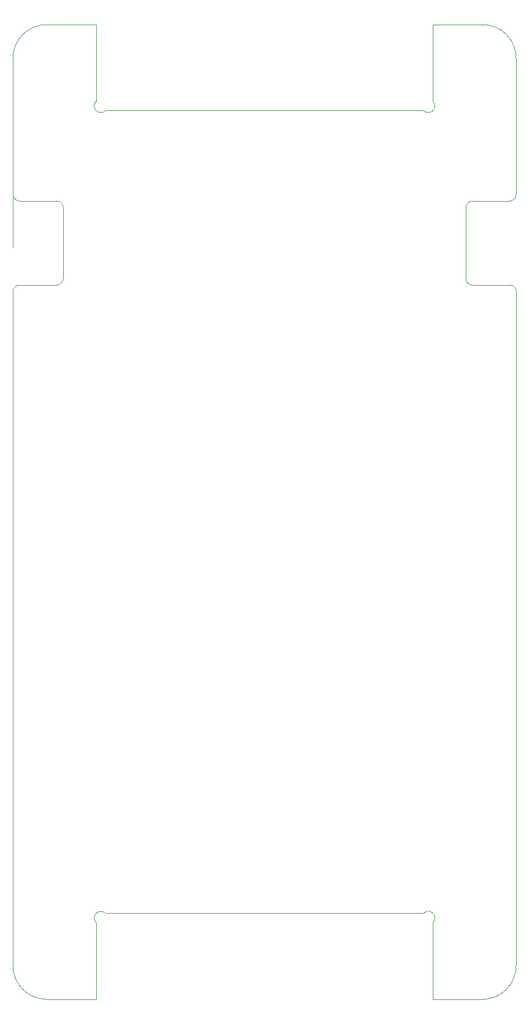
<source format=gbr>
G04 (created by PCBNEW (2013-07-07 BZR 4022)-stable) date 12/4/2014 9:46:18 PM*
%MOIN*%
G04 Gerber Fmt 3.4, Leading zero omitted, Abs format*
%FSLAX34Y34*%
G01*
G70*
G90*
G04 APERTURE LIST*
%ADD10C,0.00590551*%
%ADD11C,0.00393701*%
G04 APERTURE END LIST*
G54D10*
G54D11*
X27000Y-82000D02*
G75*
G03X29000Y-84000I2000J0D01*
G74*
G01*
X27000Y-82000D02*
X27000Y-41893D01*
X27393Y-41500D02*
G75*
G03X27000Y-41893I0J-393D01*
G74*
G01*
X27393Y-41500D02*
X29606Y-41500D01*
X29606Y-41500D02*
G75*
G03X30000Y-41106I0J393D01*
G74*
G01*
X30000Y-41106D02*
X30000Y-36893D01*
X30000Y-36893D02*
G75*
G03X29606Y-36500I-393J0D01*
G74*
G01*
X29606Y-36500D02*
X27393Y-36500D01*
X27000Y-36106D02*
G75*
G03X27393Y-36500I393J0D01*
G74*
G01*
X27000Y-39255D02*
X27000Y-28000D01*
X29000Y-26000D02*
G75*
G03X27000Y-28000I0J-2000D01*
G74*
G01*
X29000Y-26000D02*
X31960Y-26000D01*
X31960Y-26000D02*
X31960Y-30561D01*
X31960Y-30561D02*
G75*
G03X32517Y-31118I278J-278D01*
G74*
G01*
X32517Y-31118D02*
X51482Y-31118D01*
X51482Y-31118D02*
G75*
G03X52039Y-30561I278J278D01*
G74*
G01*
X52039Y-30561D02*
X52039Y-26000D01*
X52039Y-26000D02*
X55000Y-26000D01*
X57000Y-28000D02*
G75*
G03X55000Y-26000I-2000J0D01*
G74*
G01*
X57000Y-28000D02*
X57000Y-36106D01*
X56606Y-36500D02*
G75*
G03X57000Y-36106I0J393D01*
G74*
G01*
X56606Y-36500D02*
X54393Y-36500D01*
X54393Y-36500D02*
G75*
G03X54000Y-36893I0J-393D01*
G74*
G01*
X54000Y-36893D02*
X54000Y-41106D01*
X54000Y-41106D02*
G75*
G03X54393Y-41500I393J0D01*
G74*
G01*
X54393Y-41500D02*
X56606Y-41500D01*
X57000Y-41893D02*
G75*
G03X56606Y-41500I-393J0D01*
G74*
G01*
X57000Y-41893D02*
X57000Y-82000D01*
X55000Y-84000D02*
G75*
G03X57000Y-82000I0J2000D01*
G74*
G01*
X55000Y-84000D02*
X52039Y-84000D01*
X52039Y-84000D02*
X52039Y-79438D01*
X52039Y-79438D02*
G75*
G03X51482Y-78881I-278J278D01*
G74*
G01*
X51482Y-78881D02*
X32517Y-78881D01*
X32517Y-78881D02*
G75*
G03X31960Y-79438I-278J-278D01*
G74*
G01*
X31960Y-79438D02*
X31960Y-84000D01*
X31960Y-84000D02*
X29000Y-84000D01*
M02*

</source>
